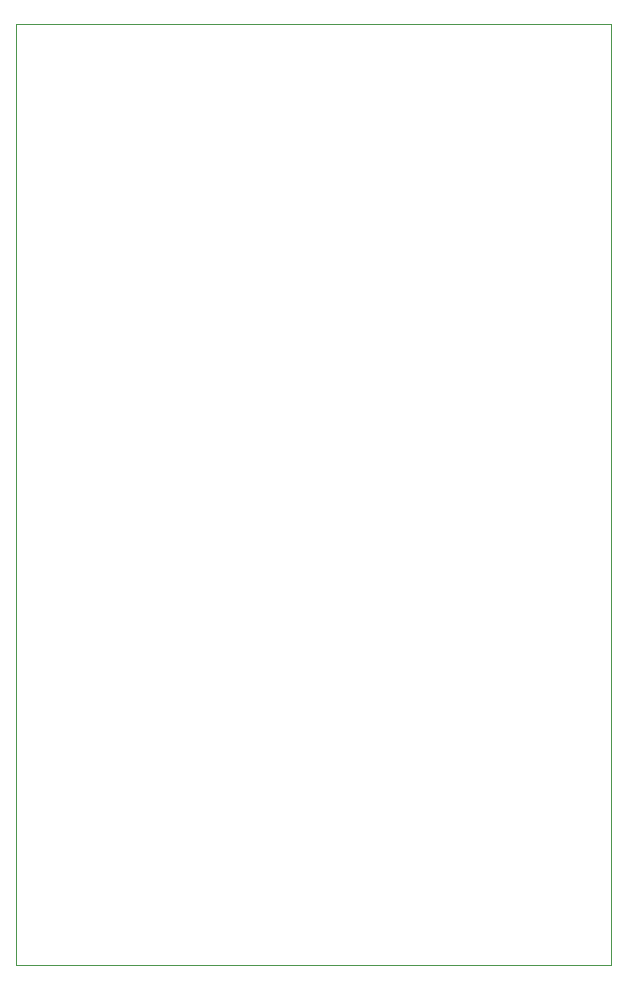
<source format=gbr>
%TF.GenerationSoftware,KiCad,Pcbnew,(5.1.10)-1*%
%TF.CreationDate,2021-08-06T14:13:42-04:00*%
%TF.ProjectId,LED_Pulser,4c45445f-5075-46c7-9365-722e6b696361,rev?*%
%TF.SameCoordinates,Original*%
%TF.FileFunction,Profile,NP*%
%FSLAX46Y46*%
G04 Gerber Fmt 4.6, Leading zero omitted, Abs format (unit mm)*
G04 Created by KiCad (PCBNEW (5.1.10)-1) date 2021-08-06 14:13:42*
%MOMM*%
%LPD*%
G01*
G04 APERTURE LIST*
%TA.AperFunction,Profile*%
%ADD10C,0.100000*%
%TD*%
G04 APERTURE END LIST*
D10*
X209804000Y-85852000D02*
X209804000Y-87503000D01*
X159385000Y-85852000D02*
X209804000Y-85852000D01*
X159385000Y-165481000D02*
X159385000Y-85852000D01*
X209804000Y-165481000D02*
X159385000Y-165481000D01*
X209804000Y-87503000D02*
X209804000Y-165481000D01*
M02*

</source>
